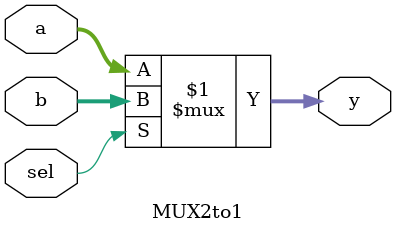
<source format=v>
module MUX2to1 #(parameter WIDTH = 32)(
    input sel,
    input [WIDTH-1:0] a,
    input [WIDTH-1:0] b,
    output [WIDTH-1:0] y
);
    assign y = (sel) ? b : a;
endmodule
</source>
